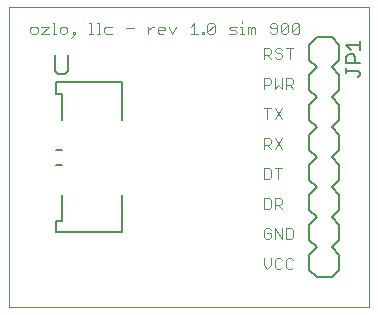
<source format=gto>
G75*
G70*
%OFA0B0*%
%FSLAX24Y24*%
%IPPOS*%
%LPD*%
%AMOC8*
5,1,8,0,0,1.08239X$1,22.5*
%
%ADD10C,0.0000*%
%ADD11C,0.0030*%
%ADD12C,0.0060*%
%ADD13C,0.0050*%
%ADD14C,0.0080*%
D10*
X000100Y000100D02*
X000100Y010100D01*
X012100Y010100D01*
X012100Y000100D01*
X000100Y000100D01*
D11*
X008590Y001513D02*
X008713Y001390D01*
X008837Y001513D01*
X008837Y001760D01*
X008958Y001699D02*
X008958Y001452D01*
X009020Y001390D01*
X009143Y001390D01*
X009205Y001452D01*
X009327Y001452D02*
X009388Y001390D01*
X009512Y001390D01*
X009574Y001452D01*
X009574Y001699D02*
X009512Y001760D01*
X009388Y001760D01*
X009327Y001699D01*
X009327Y001452D01*
X009205Y001699D02*
X009143Y001760D01*
X009020Y001760D01*
X008958Y001699D01*
X008590Y001760D02*
X008590Y001513D01*
X008652Y002390D02*
X008775Y002390D01*
X008837Y002452D01*
X008837Y002575D01*
X008713Y002575D01*
X008590Y002452D02*
X008652Y002390D01*
X008590Y002452D02*
X008590Y002699D01*
X008652Y002760D01*
X008775Y002760D01*
X008837Y002699D01*
X008958Y002760D02*
X009205Y002390D01*
X009205Y002760D01*
X009327Y002760D02*
X009512Y002760D01*
X009574Y002699D01*
X009574Y002452D01*
X009512Y002390D01*
X009327Y002390D01*
X009327Y002760D01*
X008958Y002760D02*
X008958Y002390D01*
X008958Y003390D02*
X008958Y003760D01*
X009143Y003760D01*
X009205Y003699D01*
X009205Y003575D01*
X009143Y003513D01*
X008958Y003513D01*
X009082Y003513D02*
X009205Y003390D01*
X008837Y003452D02*
X008837Y003699D01*
X008775Y003760D01*
X008590Y003760D01*
X008590Y003390D01*
X008775Y003390D01*
X008837Y003452D01*
X008775Y004390D02*
X008590Y004390D01*
X008590Y004760D01*
X008775Y004760D01*
X008837Y004699D01*
X008837Y004452D01*
X008775Y004390D01*
X009082Y004390D02*
X009082Y004760D01*
X009205Y004760D02*
X008958Y004760D01*
X008958Y005390D02*
X009205Y005760D01*
X008958Y005760D02*
X009205Y005390D01*
X008837Y005390D02*
X008713Y005513D01*
X008775Y005513D02*
X008590Y005513D01*
X008775Y005513D02*
X008837Y005575D01*
X008837Y005699D01*
X008775Y005760D01*
X008590Y005760D01*
X008590Y005390D01*
X008713Y006390D02*
X008713Y006760D01*
X008590Y006760D02*
X008837Y006760D01*
X008958Y006760D02*
X009205Y006390D01*
X008958Y006390D02*
X009205Y006760D01*
X009205Y007390D02*
X009205Y007760D01*
X009327Y007760D02*
X009512Y007760D01*
X009574Y007699D01*
X009574Y007575D01*
X009512Y007513D01*
X009327Y007513D01*
X009327Y007390D02*
X009327Y007760D01*
X009450Y007513D02*
X009574Y007390D01*
X009205Y007390D02*
X009082Y007513D01*
X008958Y007390D01*
X008958Y007760D01*
X008837Y007699D02*
X008837Y007575D01*
X008775Y007513D01*
X008590Y007513D01*
X008590Y007390D02*
X008590Y007760D01*
X008775Y007760D01*
X008837Y007699D01*
X008837Y008390D02*
X008713Y008513D01*
X008775Y008513D02*
X008590Y008513D01*
X008590Y008390D02*
X008590Y008760D01*
X008775Y008760D01*
X008837Y008699D01*
X008837Y008575D01*
X008775Y008513D01*
X008958Y008452D02*
X009020Y008390D01*
X009143Y008390D01*
X009205Y008452D01*
X009205Y008513D01*
X009143Y008575D01*
X009020Y008575D01*
X008958Y008637D01*
X008958Y008699D01*
X009020Y008760D01*
X009143Y008760D01*
X009205Y008699D01*
X009327Y008760D02*
X009574Y008760D01*
X009450Y008760D02*
X009450Y008390D01*
X009349Y009215D02*
X009225Y009215D01*
X009163Y009277D01*
X009410Y009524D01*
X009410Y009277D01*
X009349Y009215D01*
X009163Y009277D02*
X009163Y009524D01*
X009225Y009585D01*
X009349Y009585D01*
X009410Y009524D01*
X009532Y009524D02*
X009593Y009585D01*
X009717Y009585D01*
X009779Y009524D01*
X009532Y009277D01*
X009593Y009215D01*
X009717Y009215D01*
X009779Y009277D01*
X009779Y009524D01*
X009532Y009524D02*
X009532Y009277D01*
X009042Y009277D02*
X009042Y009524D01*
X008980Y009585D01*
X008857Y009585D01*
X008795Y009524D01*
X008795Y009462D01*
X008857Y009400D01*
X009042Y009400D01*
X009042Y009277D02*
X008980Y009215D01*
X008857Y009215D01*
X008795Y009277D01*
X008305Y009215D02*
X008305Y009400D01*
X008244Y009462D01*
X008182Y009400D01*
X008182Y009215D01*
X008059Y009215D02*
X008059Y009462D01*
X008120Y009462D01*
X008182Y009400D01*
X007936Y009215D02*
X007813Y009215D01*
X007875Y009215D02*
X007875Y009462D01*
X007813Y009462D01*
X007692Y009462D02*
X007506Y009462D01*
X007445Y009400D01*
X007506Y009338D01*
X007630Y009338D01*
X007692Y009277D01*
X007630Y009215D01*
X007445Y009215D01*
X007875Y009585D02*
X007875Y009647D01*
X006955Y009524D02*
X006955Y009277D01*
X006893Y009215D01*
X006770Y009215D01*
X006708Y009277D01*
X006955Y009524D01*
X006893Y009585D01*
X006770Y009585D01*
X006708Y009524D01*
X006708Y009277D01*
X006586Y009277D02*
X006586Y009215D01*
X006524Y009215D01*
X006524Y009277D01*
X006586Y009277D01*
X006402Y009215D02*
X006156Y009215D01*
X006279Y009215D02*
X006279Y009585D01*
X006156Y009462D01*
X005666Y009462D02*
X005542Y009215D01*
X005419Y009462D01*
X005297Y009400D02*
X005297Y009338D01*
X005051Y009338D01*
X005051Y009277D02*
X005051Y009400D01*
X005112Y009462D01*
X005236Y009462D01*
X005297Y009400D01*
X005236Y009215D02*
X005112Y009215D01*
X005051Y009277D01*
X004929Y009462D02*
X004867Y009462D01*
X004744Y009338D01*
X004744Y009215D02*
X004744Y009462D01*
X004254Y009400D02*
X004007Y009400D01*
X003517Y009462D02*
X003332Y009462D01*
X003270Y009400D01*
X003270Y009277D01*
X003332Y009215D01*
X003517Y009215D01*
X003148Y009215D02*
X003025Y009215D01*
X003087Y009215D02*
X003087Y009585D01*
X003025Y009585D01*
X002841Y009585D02*
X002841Y009215D01*
X002779Y009215D02*
X002903Y009215D01*
X002841Y009585D02*
X002779Y009585D01*
X002289Y009277D02*
X002227Y009277D01*
X002227Y009215D01*
X002289Y009215D01*
X002289Y009277D01*
X002289Y009215D02*
X002165Y009092D01*
X001982Y009215D02*
X002044Y009277D01*
X002044Y009400D01*
X001982Y009462D01*
X001859Y009462D01*
X001797Y009400D01*
X001797Y009277D01*
X001859Y009215D01*
X001982Y009215D01*
X001675Y009215D02*
X001552Y009215D01*
X001613Y009215D02*
X001613Y009585D01*
X001552Y009585D01*
X001430Y009462D02*
X001183Y009215D01*
X001430Y009215D01*
X001430Y009462D02*
X001183Y009462D01*
X001062Y009400D02*
X001000Y009462D01*
X000877Y009462D01*
X000815Y009400D01*
X000815Y009277D01*
X000877Y009215D01*
X001000Y009215D01*
X001062Y009277D01*
X001062Y009400D01*
D12*
X001630Y008521D02*
X001630Y007987D01*
X001737Y007880D01*
X001950Y007880D01*
X002057Y007987D01*
X002057Y008521D01*
D13*
X001650Y007600D02*
X003850Y007600D01*
X003850Y006350D01*
X001850Y006350D02*
X001850Y007230D01*
X001650Y007230D01*
X001650Y007600D01*
X001650Y005350D02*
X001850Y005350D01*
X001850Y004850D02*
X001650Y004850D01*
X001850Y003850D02*
X001850Y002970D01*
X001650Y002970D01*
X001650Y002600D01*
X003850Y002600D01*
X003850Y003850D01*
X011345Y007924D02*
X011345Y008074D01*
X011345Y007999D02*
X011720Y007999D01*
X011795Y007924D01*
X011795Y007849D01*
X011720Y007774D01*
X011795Y008234D02*
X011345Y008234D01*
X011345Y008459D01*
X011420Y008534D01*
X011570Y008534D01*
X011645Y008459D01*
X011645Y008234D01*
X011795Y008695D02*
X011795Y008995D01*
X011795Y008845D02*
X011345Y008845D01*
X011495Y008695D01*
D14*
X011100Y008850D02*
X011100Y008350D01*
X010850Y008100D01*
X011100Y007850D01*
X011100Y007350D01*
X010850Y007100D01*
X011100Y006850D01*
X011100Y006350D01*
X010850Y006100D01*
X011100Y005850D01*
X011100Y005350D01*
X010850Y005100D01*
X011100Y004850D01*
X011100Y004350D01*
X010850Y004100D01*
X011100Y003850D01*
X011100Y003350D01*
X010850Y003100D01*
X011100Y002850D01*
X011100Y002350D01*
X010850Y002100D01*
X011100Y001850D01*
X011100Y001350D01*
X010850Y001100D01*
X010350Y001100D01*
X010100Y001350D01*
X010100Y001850D01*
X010350Y002100D01*
X010100Y002350D01*
X010100Y002850D01*
X010350Y003100D01*
X010100Y003350D01*
X010100Y003850D01*
X010350Y004100D01*
X010100Y004350D01*
X010100Y004850D01*
X010350Y005100D01*
X010100Y005350D01*
X010100Y005850D01*
X010350Y006100D01*
X010100Y006350D01*
X010100Y006850D01*
X010350Y007100D01*
X010100Y007350D01*
X010100Y007850D01*
X010350Y008100D01*
X010100Y008350D01*
X010100Y008850D01*
X010350Y009100D01*
X010850Y009100D01*
X011100Y008850D01*
M02*

</source>
